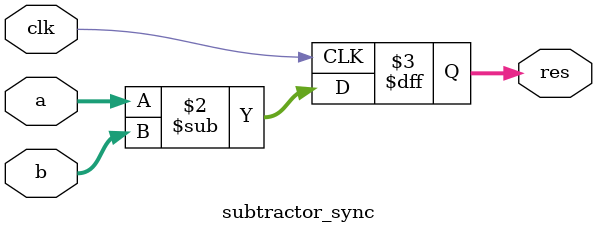
<source format=sv>
module subtractor_sync (
    input wire clk,       // 时钟信号
    input wire [7:0] a,   // 被减数
    input wire [7:0] b,   // 减数
    output reg [7:0] res  // 差
);

always @(posedge clk) begin
    res <= a - b;  // 时钟同步方式更新结果
end

endmodule
</source>
